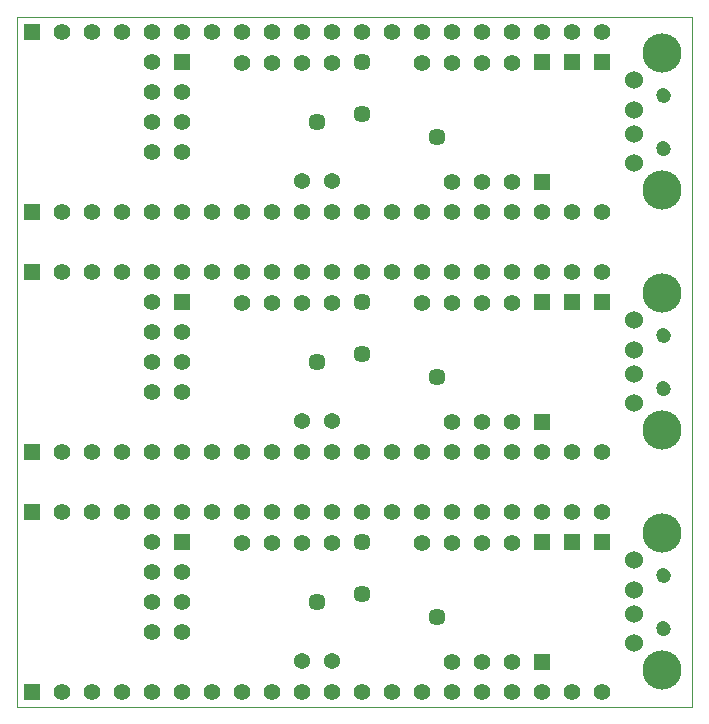
<source format=gbs>
G75*
%MOIN*%
%OFA0B0*%
%FSLAX25Y25*%
%IPPOS*%
%LPD*%
%AMOC8*
5,1,8,0,0,1.08239X$1,22.5*
%
%ADD10C,0.00000*%
%ADD11R,0.05550X0.05550*%
%ADD12C,0.05550*%
%ADD13C,0.05400*%
%ADD14C,0.06000*%
%ADD15C,0.13061*%
%ADD16C,0.04731*%
%ADD17C,0.05715*%
D10*
X0001300Y0001250D02*
X0001300Y0231211D01*
X0226339Y0231250D01*
X0226300Y0001250D01*
X0001300Y0001250D01*
X0214529Y0027392D02*
X0214531Y0027485D01*
X0214537Y0027577D01*
X0214547Y0027669D01*
X0214561Y0027760D01*
X0214578Y0027851D01*
X0214600Y0027941D01*
X0214625Y0028030D01*
X0214654Y0028118D01*
X0214687Y0028204D01*
X0214724Y0028289D01*
X0214764Y0028373D01*
X0214808Y0028454D01*
X0214855Y0028534D01*
X0214905Y0028612D01*
X0214959Y0028687D01*
X0215016Y0028760D01*
X0215076Y0028830D01*
X0215139Y0028898D01*
X0215205Y0028963D01*
X0215273Y0029025D01*
X0215344Y0029085D01*
X0215418Y0029141D01*
X0215494Y0029194D01*
X0215572Y0029243D01*
X0215652Y0029290D01*
X0215734Y0029332D01*
X0215818Y0029372D01*
X0215903Y0029407D01*
X0215990Y0029439D01*
X0216078Y0029468D01*
X0216167Y0029492D01*
X0216257Y0029513D01*
X0216348Y0029529D01*
X0216440Y0029542D01*
X0216532Y0029551D01*
X0216625Y0029556D01*
X0216717Y0029557D01*
X0216810Y0029554D01*
X0216902Y0029547D01*
X0216994Y0029536D01*
X0217085Y0029521D01*
X0217176Y0029503D01*
X0217266Y0029480D01*
X0217354Y0029454D01*
X0217442Y0029424D01*
X0217528Y0029390D01*
X0217612Y0029353D01*
X0217695Y0029311D01*
X0217776Y0029267D01*
X0217856Y0029219D01*
X0217933Y0029168D01*
X0218007Y0029113D01*
X0218080Y0029055D01*
X0218150Y0028995D01*
X0218217Y0028931D01*
X0218281Y0028865D01*
X0218343Y0028795D01*
X0218401Y0028724D01*
X0218456Y0028650D01*
X0218508Y0028573D01*
X0218557Y0028494D01*
X0218603Y0028414D01*
X0218645Y0028331D01*
X0218683Y0028247D01*
X0218718Y0028161D01*
X0218749Y0028074D01*
X0218776Y0027986D01*
X0218799Y0027896D01*
X0218819Y0027806D01*
X0218835Y0027715D01*
X0218847Y0027623D01*
X0218855Y0027531D01*
X0218859Y0027438D01*
X0218859Y0027346D01*
X0218855Y0027253D01*
X0218847Y0027161D01*
X0218835Y0027069D01*
X0218819Y0026978D01*
X0218799Y0026888D01*
X0218776Y0026798D01*
X0218749Y0026710D01*
X0218718Y0026623D01*
X0218683Y0026537D01*
X0218645Y0026453D01*
X0218603Y0026370D01*
X0218557Y0026290D01*
X0218508Y0026211D01*
X0218456Y0026134D01*
X0218401Y0026060D01*
X0218343Y0025989D01*
X0218281Y0025919D01*
X0218217Y0025853D01*
X0218150Y0025789D01*
X0218080Y0025729D01*
X0218007Y0025671D01*
X0217933Y0025616D01*
X0217856Y0025565D01*
X0217777Y0025517D01*
X0217695Y0025473D01*
X0217612Y0025431D01*
X0217528Y0025394D01*
X0217442Y0025360D01*
X0217354Y0025330D01*
X0217266Y0025304D01*
X0217176Y0025281D01*
X0217085Y0025263D01*
X0216994Y0025248D01*
X0216902Y0025237D01*
X0216810Y0025230D01*
X0216717Y0025227D01*
X0216625Y0025228D01*
X0216532Y0025233D01*
X0216440Y0025242D01*
X0216348Y0025255D01*
X0216257Y0025271D01*
X0216167Y0025292D01*
X0216078Y0025316D01*
X0215990Y0025345D01*
X0215903Y0025377D01*
X0215818Y0025412D01*
X0215734Y0025452D01*
X0215652Y0025494D01*
X0215572Y0025541D01*
X0215494Y0025590D01*
X0215418Y0025643D01*
X0215344Y0025699D01*
X0215273Y0025759D01*
X0215205Y0025821D01*
X0215139Y0025886D01*
X0215076Y0025954D01*
X0215016Y0026024D01*
X0214959Y0026097D01*
X0214905Y0026172D01*
X0214855Y0026250D01*
X0214808Y0026330D01*
X0214764Y0026411D01*
X0214724Y0026495D01*
X0214687Y0026580D01*
X0214654Y0026666D01*
X0214625Y0026754D01*
X0214600Y0026843D01*
X0214578Y0026933D01*
X0214561Y0027024D01*
X0214547Y0027115D01*
X0214537Y0027207D01*
X0214531Y0027299D01*
X0214529Y0027392D01*
X0214529Y0045108D02*
X0214531Y0045201D01*
X0214537Y0045293D01*
X0214547Y0045385D01*
X0214561Y0045476D01*
X0214578Y0045567D01*
X0214600Y0045657D01*
X0214625Y0045746D01*
X0214654Y0045834D01*
X0214687Y0045920D01*
X0214724Y0046005D01*
X0214764Y0046089D01*
X0214808Y0046170D01*
X0214855Y0046250D01*
X0214905Y0046328D01*
X0214959Y0046403D01*
X0215016Y0046476D01*
X0215076Y0046546D01*
X0215139Y0046614D01*
X0215205Y0046679D01*
X0215273Y0046741D01*
X0215344Y0046801D01*
X0215418Y0046857D01*
X0215494Y0046910D01*
X0215572Y0046959D01*
X0215652Y0047006D01*
X0215734Y0047048D01*
X0215818Y0047088D01*
X0215903Y0047123D01*
X0215990Y0047155D01*
X0216078Y0047184D01*
X0216167Y0047208D01*
X0216257Y0047229D01*
X0216348Y0047245D01*
X0216440Y0047258D01*
X0216532Y0047267D01*
X0216625Y0047272D01*
X0216717Y0047273D01*
X0216810Y0047270D01*
X0216902Y0047263D01*
X0216994Y0047252D01*
X0217085Y0047237D01*
X0217176Y0047219D01*
X0217266Y0047196D01*
X0217354Y0047170D01*
X0217442Y0047140D01*
X0217528Y0047106D01*
X0217612Y0047069D01*
X0217695Y0047027D01*
X0217776Y0046983D01*
X0217856Y0046935D01*
X0217933Y0046884D01*
X0218007Y0046829D01*
X0218080Y0046771D01*
X0218150Y0046711D01*
X0218217Y0046647D01*
X0218281Y0046581D01*
X0218343Y0046511D01*
X0218401Y0046440D01*
X0218456Y0046366D01*
X0218508Y0046289D01*
X0218557Y0046210D01*
X0218603Y0046130D01*
X0218645Y0046047D01*
X0218683Y0045963D01*
X0218718Y0045877D01*
X0218749Y0045790D01*
X0218776Y0045702D01*
X0218799Y0045612D01*
X0218819Y0045522D01*
X0218835Y0045431D01*
X0218847Y0045339D01*
X0218855Y0045247D01*
X0218859Y0045154D01*
X0218859Y0045062D01*
X0218855Y0044969D01*
X0218847Y0044877D01*
X0218835Y0044785D01*
X0218819Y0044694D01*
X0218799Y0044604D01*
X0218776Y0044514D01*
X0218749Y0044426D01*
X0218718Y0044339D01*
X0218683Y0044253D01*
X0218645Y0044169D01*
X0218603Y0044086D01*
X0218557Y0044006D01*
X0218508Y0043927D01*
X0218456Y0043850D01*
X0218401Y0043776D01*
X0218343Y0043705D01*
X0218281Y0043635D01*
X0218217Y0043569D01*
X0218150Y0043505D01*
X0218080Y0043445D01*
X0218007Y0043387D01*
X0217933Y0043332D01*
X0217856Y0043281D01*
X0217777Y0043233D01*
X0217695Y0043189D01*
X0217612Y0043147D01*
X0217528Y0043110D01*
X0217442Y0043076D01*
X0217354Y0043046D01*
X0217266Y0043020D01*
X0217176Y0042997D01*
X0217085Y0042979D01*
X0216994Y0042964D01*
X0216902Y0042953D01*
X0216810Y0042946D01*
X0216717Y0042943D01*
X0216625Y0042944D01*
X0216532Y0042949D01*
X0216440Y0042958D01*
X0216348Y0042971D01*
X0216257Y0042987D01*
X0216167Y0043008D01*
X0216078Y0043032D01*
X0215990Y0043061D01*
X0215903Y0043093D01*
X0215818Y0043128D01*
X0215734Y0043168D01*
X0215652Y0043210D01*
X0215572Y0043257D01*
X0215494Y0043306D01*
X0215418Y0043359D01*
X0215344Y0043415D01*
X0215273Y0043475D01*
X0215205Y0043537D01*
X0215139Y0043602D01*
X0215076Y0043670D01*
X0215016Y0043740D01*
X0214959Y0043813D01*
X0214905Y0043888D01*
X0214855Y0043966D01*
X0214808Y0044046D01*
X0214764Y0044127D01*
X0214724Y0044211D01*
X0214687Y0044296D01*
X0214654Y0044382D01*
X0214625Y0044470D01*
X0214600Y0044559D01*
X0214578Y0044649D01*
X0214561Y0044740D01*
X0214547Y0044831D01*
X0214537Y0044923D01*
X0214531Y0045015D01*
X0214529Y0045108D01*
X0214529Y0107392D02*
X0214531Y0107485D01*
X0214537Y0107577D01*
X0214547Y0107669D01*
X0214561Y0107760D01*
X0214578Y0107851D01*
X0214600Y0107941D01*
X0214625Y0108030D01*
X0214654Y0108118D01*
X0214687Y0108204D01*
X0214724Y0108289D01*
X0214764Y0108373D01*
X0214808Y0108454D01*
X0214855Y0108534D01*
X0214905Y0108612D01*
X0214959Y0108687D01*
X0215016Y0108760D01*
X0215076Y0108830D01*
X0215139Y0108898D01*
X0215205Y0108963D01*
X0215273Y0109025D01*
X0215344Y0109085D01*
X0215418Y0109141D01*
X0215494Y0109194D01*
X0215572Y0109243D01*
X0215652Y0109290D01*
X0215734Y0109332D01*
X0215818Y0109372D01*
X0215903Y0109407D01*
X0215990Y0109439D01*
X0216078Y0109468D01*
X0216167Y0109492D01*
X0216257Y0109513D01*
X0216348Y0109529D01*
X0216440Y0109542D01*
X0216532Y0109551D01*
X0216625Y0109556D01*
X0216717Y0109557D01*
X0216810Y0109554D01*
X0216902Y0109547D01*
X0216994Y0109536D01*
X0217085Y0109521D01*
X0217176Y0109503D01*
X0217266Y0109480D01*
X0217354Y0109454D01*
X0217442Y0109424D01*
X0217528Y0109390D01*
X0217612Y0109353D01*
X0217695Y0109311D01*
X0217776Y0109267D01*
X0217856Y0109219D01*
X0217933Y0109168D01*
X0218007Y0109113D01*
X0218080Y0109055D01*
X0218150Y0108995D01*
X0218217Y0108931D01*
X0218281Y0108865D01*
X0218343Y0108795D01*
X0218401Y0108724D01*
X0218456Y0108650D01*
X0218508Y0108573D01*
X0218557Y0108494D01*
X0218603Y0108414D01*
X0218645Y0108331D01*
X0218683Y0108247D01*
X0218718Y0108161D01*
X0218749Y0108074D01*
X0218776Y0107986D01*
X0218799Y0107896D01*
X0218819Y0107806D01*
X0218835Y0107715D01*
X0218847Y0107623D01*
X0218855Y0107531D01*
X0218859Y0107438D01*
X0218859Y0107346D01*
X0218855Y0107253D01*
X0218847Y0107161D01*
X0218835Y0107069D01*
X0218819Y0106978D01*
X0218799Y0106888D01*
X0218776Y0106798D01*
X0218749Y0106710D01*
X0218718Y0106623D01*
X0218683Y0106537D01*
X0218645Y0106453D01*
X0218603Y0106370D01*
X0218557Y0106290D01*
X0218508Y0106211D01*
X0218456Y0106134D01*
X0218401Y0106060D01*
X0218343Y0105989D01*
X0218281Y0105919D01*
X0218217Y0105853D01*
X0218150Y0105789D01*
X0218080Y0105729D01*
X0218007Y0105671D01*
X0217933Y0105616D01*
X0217856Y0105565D01*
X0217777Y0105517D01*
X0217695Y0105473D01*
X0217612Y0105431D01*
X0217528Y0105394D01*
X0217442Y0105360D01*
X0217354Y0105330D01*
X0217266Y0105304D01*
X0217176Y0105281D01*
X0217085Y0105263D01*
X0216994Y0105248D01*
X0216902Y0105237D01*
X0216810Y0105230D01*
X0216717Y0105227D01*
X0216625Y0105228D01*
X0216532Y0105233D01*
X0216440Y0105242D01*
X0216348Y0105255D01*
X0216257Y0105271D01*
X0216167Y0105292D01*
X0216078Y0105316D01*
X0215990Y0105345D01*
X0215903Y0105377D01*
X0215818Y0105412D01*
X0215734Y0105452D01*
X0215652Y0105494D01*
X0215572Y0105541D01*
X0215494Y0105590D01*
X0215418Y0105643D01*
X0215344Y0105699D01*
X0215273Y0105759D01*
X0215205Y0105821D01*
X0215139Y0105886D01*
X0215076Y0105954D01*
X0215016Y0106024D01*
X0214959Y0106097D01*
X0214905Y0106172D01*
X0214855Y0106250D01*
X0214808Y0106330D01*
X0214764Y0106411D01*
X0214724Y0106495D01*
X0214687Y0106580D01*
X0214654Y0106666D01*
X0214625Y0106754D01*
X0214600Y0106843D01*
X0214578Y0106933D01*
X0214561Y0107024D01*
X0214547Y0107115D01*
X0214537Y0107207D01*
X0214531Y0107299D01*
X0214529Y0107392D01*
X0214529Y0125108D02*
X0214531Y0125201D01*
X0214537Y0125293D01*
X0214547Y0125385D01*
X0214561Y0125476D01*
X0214578Y0125567D01*
X0214600Y0125657D01*
X0214625Y0125746D01*
X0214654Y0125834D01*
X0214687Y0125920D01*
X0214724Y0126005D01*
X0214764Y0126089D01*
X0214808Y0126170D01*
X0214855Y0126250D01*
X0214905Y0126328D01*
X0214959Y0126403D01*
X0215016Y0126476D01*
X0215076Y0126546D01*
X0215139Y0126614D01*
X0215205Y0126679D01*
X0215273Y0126741D01*
X0215344Y0126801D01*
X0215418Y0126857D01*
X0215494Y0126910D01*
X0215572Y0126959D01*
X0215652Y0127006D01*
X0215734Y0127048D01*
X0215818Y0127088D01*
X0215903Y0127123D01*
X0215990Y0127155D01*
X0216078Y0127184D01*
X0216167Y0127208D01*
X0216257Y0127229D01*
X0216348Y0127245D01*
X0216440Y0127258D01*
X0216532Y0127267D01*
X0216625Y0127272D01*
X0216717Y0127273D01*
X0216810Y0127270D01*
X0216902Y0127263D01*
X0216994Y0127252D01*
X0217085Y0127237D01*
X0217176Y0127219D01*
X0217266Y0127196D01*
X0217354Y0127170D01*
X0217442Y0127140D01*
X0217528Y0127106D01*
X0217612Y0127069D01*
X0217695Y0127027D01*
X0217776Y0126983D01*
X0217856Y0126935D01*
X0217933Y0126884D01*
X0218007Y0126829D01*
X0218080Y0126771D01*
X0218150Y0126711D01*
X0218217Y0126647D01*
X0218281Y0126581D01*
X0218343Y0126511D01*
X0218401Y0126440D01*
X0218456Y0126366D01*
X0218508Y0126289D01*
X0218557Y0126210D01*
X0218603Y0126130D01*
X0218645Y0126047D01*
X0218683Y0125963D01*
X0218718Y0125877D01*
X0218749Y0125790D01*
X0218776Y0125702D01*
X0218799Y0125612D01*
X0218819Y0125522D01*
X0218835Y0125431D01*
X0218847Y0125339D01*
X0218855Y0125247D01*
X0218859Y0125154D01*
X0218859Y0125062D01*
X0218855Y0124969D01*
X0218847Y0124877D01*
X0218835Y0124785D01*
X0218819Y0124694D01*
X0218799Y0124604D01*
X0218776Y0124514D01*
X0218749Y0124426D01*
X0218718Y0124339D01*
X0218683Y0124253D01*
X0218645Y0124169D01*
X0218603Y0124086D01*
X0218557Y0124006D01*
X0218508Y0123927D01*
X0218456Y0123850D01*
X0218401Y0123776D01*
X0218343Y0123705D01*
X0218281Y0123635D01*
X0218217Y0123569D01*
X0218150Y0123505D01*
X0218080Y0123445D01*
X0218007Y0123387D01*
X0217933Y0123332D01*
X0217856Y0123281D01*
X0217777Y0123233D01*
X0217695Y0123189D01*
X0217612Y0123147D01*
X0217528Y0123110D01*
X0217442Y0123076D01*
X0217354Y0123046D01*
X0217266Y0123020D01*
X0217176Y0122997D01*
X0217085Y0122979D01*
X0216994Y0122964D01*
X0216902Y0122953D01*
X0216810Y0122946D01*
X0216717Y0122943D01*
X0216625Y0122944D01*
X0216532Y0122949D01*
X0216440Y0122958D01*
X0216348Y0122971D01*
X0216257Y0122987D01*
X0216167Y0123008D01*
X0216078Y0123032D01*
X0215990Y0123061D01*
X0215903Y0123093D01*
X0215818Y0123128D01*
X0215734Y0123168D01*
X0215652Y0123210D01*
X0215572Y0123257D01*
X0215494Y0123306D01*
X0215418Y0123359D01*
X0215344Y0123415D01*
X0215273Y0123475D01*
X0215205Y0123537D01*
X0215139Y0123602D01*
X0215076Y0123670D01*
X0215016Y0123740D01*
X0214959Y0123813D01*
X0214905Y0123888D01*
X0214855Y0123966D01*
X0214808Y0124046D01*
X0214764Y0124127D01*
X0214724Y0124211D01*
X0214687Y0124296D01*
X0214654Y0124382D01*
X0214625Y0124470D01*
X0214600Y0124559D01*
X0214578Y0124649D01*
X0214561Y0124740D01*
X0214547Y0124831D01*
X0214537Y0124923D01*
X0214531Y0125015D01*
X0214529Y0125108D01*
X0214529Y0187392D02*
X0214531Y0187485D01*
X0214537Y0187577D01*
X0214547Y0187669D01*
X0214561Y0187760D01*
X0214578Y0187851D01*
X0214600Y0187941D01*
X0214625Y0188030D01*
X0214654Y0188118D01*
X0214687Y0188204D01*
X0214724Y0188289D01*
X0214764Y0188373D01*
X0214808Y0188454D01*
X0214855Y0188534D01*
X0214905Y0188612D01*
X0214959Y0188687D01*
X0215016Y0188760D01*
X0215076Y0188830D01*
X0215139Y0188898D01*
X0215205Y0188963D01*
X0215273Y0189025D01*
X0215344Y0189085D01*
X0215418Y0189141D01*
X0215494Y0189194D01*
X0215572Y0189243D01*
X0215652Y0189290D01*
X0215734Y0189332D01*
X0215818Y0189372D01*
X0215903Y0189407D01*
X0215990Y0189439D01*
X0216078Y0189468D01*
X0216167Y0189492D01*
X0216257Y0189513D01*
X0216348Y0189529D01*
X0216440Y0189542D01*
X0216532Y0189551D01*
X0216625Y0189556D01*
X0216717Y0189557D01*
X0216810Y0189554D01*
X0216902Y0189547D01*
X0216994Y0189536D01*
X0217085Y0189521D01*
X0217176Y0189503D01*
X0217266Y0189480D01*
X0217354Y0189454D01*
X0217442Y0189424D01*
X0217528Y0189390D01*
X0217612Y0189353D01*
X0217695Y0189311D01*
X0217776Y0189267D01*
X0217856Y0189219D01*
X0217933Y0189168D01*
X0218007Y0189113D01*
X0218080Y0189055D01*
X0218150Y0188995D01*
X0218217Y0188931D01*
X0218281Y0188865D01*
X0218343Y0188795D01*
X0218401Y0188724D01*
X0218456Y0188650D01*
X0218508Y0188573D01*
X0218557Y0188494D01*
X0218603Y0188414D01*
X0218645Y0188331D01*
X0218683Y0188247D01*
X0218718Y0188161D01*
X0218749Y0188074D01*
X0218776Y0187986D01*
X0218799Y0187896D01*
X0218819Y0187806D01*
X0218835Y0187715D01*
X0218847Y0187623D01*
X0218855Y0187531D01*
X0218859Y0187438D01*
X0218859Y0187346D01*
X0218855Y0187253D01*
X0218847Y0187161D01*
X0218835Y0187069D01*
X0218819Y0186978D01*
X0218799Y0186888D01*
X0218776Y0186798D01*
X0218749Y0186710D01*
X0218718Y0186623D01*
X0218683Y0186537D01*
X0218645Y0186453D01*
X0218603Y0186370D01*
X0218557Y0186290D01*
X0218508Y0186211D01*
X0218456Y0186134D01*
X0218401Y0186060D01*
X0218343Y0185989D01*
X0218281Y0185919D01*
X0218217Y0185853D01*
X0218150Y0185789D01*
X0218080Y0185729D01*
X0218007Y0185671D01*
X0217933Y0185616D01*
X0217856Y0185565D01*
X0217777Y0185517D01*
X0217695Y0185473D01*
X0217612Y0185431D01*
X0217528Y0185394D01*
X0217442Y0185360D01*
X0217354Y0185330D01*
X0217266Y0185304D01*
X0217176Y0185281D01*
X0217085Y0185263D01*
X0216994Y0185248D01*
X0216902Y0185237D01*
X0216810Y0185230D01*
X0216717Y0185227D01*
X0216625Y0185228D01*
X0216532Y0185233D01*
X0216440Y0185242D01*
X0216348Y0185255D01*
X0216257Y0185271D01*
X0216167Y0185292D01*
X0216078Y0185316D01*
X0215990Y0185345D01*
X0215903Y0185377D01*
X0215818Y0185412D01*
X0215734Y0185452D01*
X0215652Y0185494D01*
X0215572Y0185541D01*
X0215494Y0185590D01*
X0215418Y0185643D01*
X0215344Y0185699D01*
X0215273Y0185759D01*
X0215205Y0185821D01*
X0215139Y0185886D01*
X0215076Y0185954D01*
X0215016Y0186024D01*
X0214959Y0186097D01*
X0214905Y0186172D01*
X0214855Y0186250D01*
X0214808Y0186330D01*
X0214764Y0186411D01*
X0214724Y0186495D01*
X0214687Y0186580D01*
X0214654Y0186666D01*
X0214625Y0186754D01*
X0214600Y0186843D01*
X0214578Y0186933D01*
X0214561Y0187024D01*
X0214547Y0187115D01*
X0214537Y0187207D01*
X0214531Y0187299D01*
X0214529Y0187392D01*
X0214529Y0205108D02*
X0214531Y0205201D01*
X0214537Y0205293D01*
X0214547Y0205385D01*
X0214561Y0205476D01*
X0214578Y0205567D01*
X0214600Y0205657D01*
X0214625Y0205746D01*
X0214654Y0205834D01*
X0214687Y0205920D01*
X0214724Y0206005D01*
X0214764Y0206089D01*
X0214808Y0206170D01*
X0214855Y0206250D01*
X0214905Y0206328D01*
X0214959Y0206403D01*
X0215016Y0206476D01*
X0215076Y0206546D01*
X0215139Y0206614D01*
X0215205Y0206679D01*
X0215273Y0206741D01*
X0215344Y0206801D01*
X0215418Y0206857D01*
X0215494Y0206910D01*
X0215572Y0206959D01*
X0215652Y0207006D01*
X0215734Y0207048D01*
X0215818Y0207088D01*
X0215903Y0207123D01*
X0215990Y0207155D01*
X0216078Y0207184D01*
X0216167Y0207208D01*
X0216257Y0207229D01*
X0216348Y0207245D01*
X0216440Y0207258D01*
X0216532Y0207267D01*
X0216625Y0207272D01*
X0216717Y0207273D01*
X0216810Y0207270D01*
X0216902Y0207263D01*
X0216994Y0207252D01*
X0217085Y0207237D01*
X0217176Y0207219D01*
X0217266Y0207196D01*
X0217354Y0207170D01*
X0217442Y0207140D01*
X0217528Y0207106D01*
X0217612Y0207069D01*
X0217695Y0207027D01*
X0217776Y0206983D01*
X0217856Y0206935D01*
X0217933Y0206884D01*
X0218007Y0206829D01*
X0218080Y0206771D01*
X0218150Y0206711D01*
X0218217Y0206647D01*
X0218281Y0206581D01*
X0218343Y0206511D01*
X0218401Y0206440D01*
X0218456Y0206366D01*
X0218508Y0206289D01*
X0218557Y0206210D01*
X0218603Y0206130D01*
X0218645Y0206047D01*
X0218683Y0205963D01*
X0218718Y0205877D01*
X0218749Y0205790D01*
X0218776Y0205702D01*
X0218799Y0205612D01*
X0218819Y0205522D01*
X0218835Y0205431D01*
X0218847Y0205339D01*
X0218855Y0205247D01*
X0218859Y0205154D01*
X0218859Y0205062D01*
X0218855Y0204969D01*
X0218847Y0204877D01*
X0218835Y0204785D01*
X0218819Y0204694D01*
X0218799Y0204604D01*
X0218776Y0204514D01*
X0218749Y0204426D01*
X0218718Y0204339D01*
X0218683Y0204253D01*
X0218645Y0204169D01*
X0218603Y0204086D01*
X0218557Y0204006D01*
X0218508Y0203927D01*
X0218456Y0203850D01*
X0218401Y0203776D01*
X0218343Y0203705D01*
X0218281Y0203635D01*
X0218217Y0203569D01*
X0218150Y0203505D01*
X0218080Y0203445D01*
X0218007Y0203387D01*
X0217933Y0203332D01*
X0217856Y0203281D01*
X0217777Y0203233D01*
X0217695Y0203189D01*
X0217612Y0203147D01*
X0217528Y0203110D01*
X0217442Y0203076D01*
X0217354Y0203046D01*
X0217266Y0203020D01*
X0217176Y0202997D01*
X0217085Y0202979D01*
X0216994Y0202964D01*
X0216902Y0202953D01*
X0216810Y0202946D01*
X0216717Y0202943D01*
X0216625Y0202944D01*
X0216532Y0202949D01*
X0216440Y0202958D01*
X0216348Y0202971D01*
X0216257Y0202987D01*
X0216167Y0203008D01*
X0216078Y0203032D01*
X0215990Y0203061D01*
X0215903Y0203093D01*
X0215818Y0203128D01*
X0215734Y0203168D01*
X0215652Y0203210D01*
X0215572Y0203257D01*
X0215494Y0203306D01*
X0215418Y0203359D01*
X0215344Y0203415D01*
X0215273Y0203475D01*
X0215205Y0203537D01*
X0215139Y0203602D01*
X0215076Y0203670D01*
X0215016Y0203740D01*
X0214959Y0203813D01*
X0214905Y0203888D01*
X0214855Y0203966D01*
X0214808Y0204046D01*
X0214764Y0204127D01*
X0214724Y0204211D01*
X0214687Y0204296D01*
X0214654Y0204382D01*
X0214625Y0204470D01*
X0214600Y0204559D01*
X0214578Y0204649D01*
X0214561Y0204740D01*
X0214547Y0204831D01*
X0214537Y0204923D01*
X0214531Y0205015D01*
X0214529Y0205108D01*
D11*
X0196300Y0216250D03*
X0186300Y0216250D03*
X0176300Y0216250D03*
X0176300Y0176250D03*
X0176300Y0136250D03*
X0186300Y0136250D03*
X0196300Y0136250D03*
X0176300Y0096250D03*
X0176300Y0056250D03*
X0186300Y0056250D03*
X0196300Y0056250D03*
X0176300Y0016250D03*
X0056300Y0056250D03*
X0006300Y0066250D03*
X0006300Y0086250D03*
X0056300Y0136250D03*
X0006300Y0146250D03*
X0006300Y0166250D03*
X0056300Y0216250D03*
X0006300Y0226250D03*
X0006300Y0006250D03*
D12*
X0016300Y0006250D03*
X0026300Y0006250D03*
X0036300Y0006250D03*
X0046300Y0006250D03*
X0056300Y0006250D03*
X0066300Y0006250D03*
X0076300Y0006250D03*
X0086300Y0006250D03*
X0096300Y0006250D03*
X0106300Y0006250D03*
X0116300Y0006250D03*
X0126300Y0006250D03*
X0136300Y0006250D03*
X0146300Y0006250D03*
X0146300Y0016250D03*
X0156300Y0016250D03*
X0166300Y0016250D03*
X0166300Y0006250D03*
X0156300Y0006250D03*
X0176300Y0006250D03*
X0186300Y0006250D03*
X0196300Y0006250D03*
X0166300Y0055935D03*
X0156300Y0055935D03*
X0146300Y0055935D03*
X0136300Y0055935D03*
X0136300Y0066250D03*
X0146300Y0066250D03*
X0156300Y0066250D03*
X0166300Y0066250D03*
X0176300Y0066250D03*
X0186300Y0066250D03*
X0196300Y0066250D03*
X0196300Y0086250D03*
X0186300Y0086250D03*
X0176300Y0086250D03*
X0166300Y0086250D03*
X0156300Y0086250D03*
X0156300Y0096250D03*
X0166300Y0096250D03*
X0146300Y0096250D03*
X0146300Y0086250D03*
X0136300Y0086250D03*
X0126300Y0086250D03*
X0116300Y0086250D03*
X0106300Y0086250D03*
X0096300Y0086250D03*
X0086300Y0086250D03*
X0076300Y0086250D03*
X0066300Y0086250D03*
X0056300Y0086250D03*
X0046300Y0086250D03*
X0036300Y0086250D03*
X0026300Y0086250D03*
X0016300Y0086250D03*
X0016300Y0066250D03*
X0026300Y0066250D03*
X0036300Y0066250D03*
X0046300Y0066250D03*
X0056300Y0066250D03*
X0066300Y0066250D03*
X0076300Y0066250D03*
X0086300Y0066250D03*
X0096300Y0066250D03*
X0106300Y0066250D03*
X0116300Y0066250D03*
X0126300Y0066250D03*
X0106300Y0055935D03*
X0096300Y0055935D03*
X0086300Y0055935D03*
X0076300Y0055935D03*
X0056300Y0046250D03*
X0046300Y0046250D03*
X0046300Y0036250D03*
X0056300Y0036250D03*
X0056300Y0026250D03*
X0046300Y0026250D03*
X0046300Y0056250D03*
X0046300Y0106250D03*
X0056300Y0106250D03*
X0056300Y0116250D03*
X0046300Y0116250D03*
X0046300Y0126250D03*
X0056300Y0126250D03*
X0046300Y0136250D03*
X0046300Y0146250D03*
X0056300Y0146250D03*
X0066300Y0146250D03*
X0076300Y0146250D03*
X0086300Y0146250D03*
X0096300Y0146250D03*
X0106300Y0146250D03*
X0116300Y0146250D03*
X0126300Y0146250D03*
X0136300Y0146250D03*
X0146300Y0146250D03*
X0156300Y0146250D03*
X0166300Y0146250D03*
X0176300Y0146250D03*
X0186300Y0146250D03*
X0196300Y0146250D03*
X0196300Y0166250D03*
X0186300Y0166250D03*
X0176300Y0166250D03*
X0166300Y0166250D03*
X0156300Y0166250D03*
X0156300Y0176250D03*
X0166300Y0176250D03*
X0146300Y0176250D03*
X0146300Y0166250D03*
X0136300Y0166250D03*
X0126300Y0166250D03*
X0116300Y0166250D03*
X0106300Y0166250D03*
X0096300Y0166250D03*
X0086300Y0166250D03*
X0076300Y0166250D03*
X0066300Y0166250D03*
X0056300Y0166250D03*
X0046300Y0166250D03*
X0036300Y0166250D03*
X0026300Y0166250D03*
X0016300Y0166250D03*
X0016300Y0146250D03*
X0026300Y0146250D03*
X0036300Y0146250D03*
X0076300Y0135935D03*
X0086300Y0135935D03*
X0096300Y0135935D03*
X0106300Y0135935D03*
X0136300Y0135935D03*
X0146300Y0135935D03*
X0156300Y0135935D03*
X0166300Y0135935D03*
X0166300Y0215935D03*
X0156300Y0215935D03*
X0146300Y0215935D03*
X0136300Y0215935D03*
X0136300Y0226250D03*
X0146300Y0226250D03*
X0156300Y0226250D03*
X0166300Y0226250D03*
X0176300Y0226250D03*
X0186300Y0226250D03*
X0196300Y0226250D03*
X0126300Y0226250D03*
X0116300Y0226250D03*
X0106300Y0226250D03*
X0096300Y0226250D03*
X0086300Y0226250D03*
X0076300Y0226250D03*
X0066300Y0226250D03*
X0056300Y0226250D03*
X0046300Y0226250D03*
X0046300Y0216250D03*
X0036300Y0226250D03*
X0026300Y0226250D03*
X0016300Y0226250D03*
X0046300Y0206250D03*
X0056300Y0206250D03*
X0056300Y0196250D03*
X0046300Y0196250D03*
X0046300Y0186250D03*
X0056300Y0186250D03*
X0076300Y0215935D03*
X0086300Y0215935D03*
X0096300Y0215935D03*
X0106300Y0215935D03*
D13*
X0106300Y0176565D03*
X0096300Y0176565D03*
X0096300Y0096565D03*
X0106300Y0096565D03*
X0106300Y0016565D03*
X0096300Y0016565D03*
D14*
X0206851Y0022470D03*
X0206851Y0032313D03*
X0206851Y0040187D03*
X0206851Y0050030D03*
X0206851Y0102470D03*
X0206851Y0112313D03*
X0206851Y0120187D03*
X0206851Y0130030D03*
X0206851Y0182470D03*
X0206851Y0192313D03*
X0206851Y0200187D03*
X0206851Y0210030D03*
D15*
X0216300Y0219085D03*
X0216300Y0173415D03*
X0216300Y0139085D03*
X0216300Y0093415D03*
X0216300Y0059085D03*
X0216300Y0013415D03*
D16*
X0216694Y0027392D03*
X0216694Y0045108D03*
X0216694Y0107392D03*
X0216694Y0125108D03*
X0216694Y0187392D03*
X0216694Y0205108D03*
D17*
X0141300Y0191250D03*
X0116300Y0198750D03*
X0101300Y0196250D03*
X0116300Y0216250D03*
X0116300Y0136250D03*
X0116300Y0118750D03*
X0101300Y0116250D03*
X0141300Y0111250D03*
X0116300Y0056250D03*
X0116300Y0038750D03*
X0101300Y0036250D03*
X0141300Y0031250D03*
M02*

</source>
